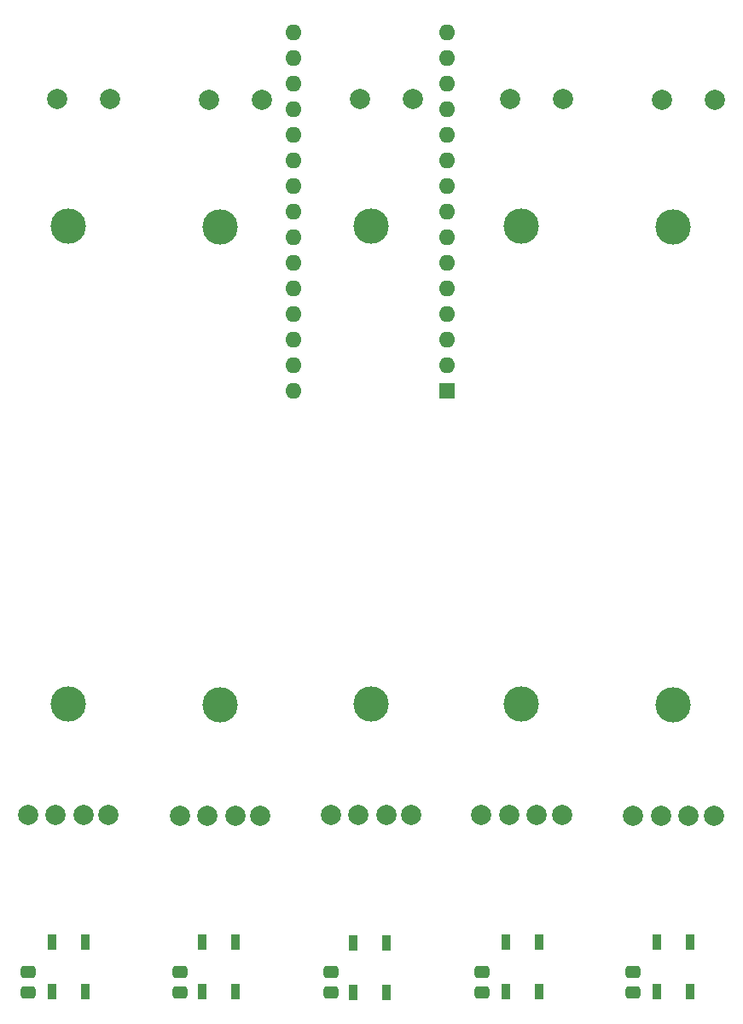
<source format=gts>
%TF.GenerationSoftware,KiCad,Pcbnew,8.0.0*%
%TF.CreationDate,2024-07-04T13:53:23+02:00*%
%TF.ProjectId,Audio-Controller V2.0,41756469-6f2d-4436-9f6e-74726f6c6c65,rev?*%
%TF.SameCoordinates,Original*%
%TF.FileFunction,Soldermask,Top*%
%TF.FilePolarity,Negative*%
%FSLAX46Y46*%
G04 Gerber Fmt 4.6, Leading zero omitted, Abs format (unit mm)*
G04 Created by KiCad (PCBNEW 8.0.0) date 2024-07-04 13:53:23*
%MOMM*%
%LPD*%
G01*
G04 APERTURE LIST*
G04 Aperture macros list*
%AMRoundRect*
0 Rectangle with rounded corners*
0 $1 Rounding radius*
0 $2 $3 $4 $5 $6 $7 $8 $9 X,Y pos of 4 corners*
0 Add a 4 corners polygon primitive as box body*
4,1,4,$2,$3,$4,$5,$6,$7,$8,$9,$2,$3,0*
0 Add four circle primitives for the rounded corners*
1,1,$1+$1,$2,$3*
1,1,$1+$1,$4,$5*
1,1,$1+$1,$6,$7*
1,1,$1+$1,$8,$9*
0 Add four rect primitives between the rounded corners*
20,1,$1+$1,$2,$3,$4,$5,0*
20,1,$1+$1,$4,$5,$6,$7,0*
20,1,$1+$1,$6,$7,$8,$9,0*
20,1,$1+$1,$8,$9,$2,$3,0*%
G04 Aperture macros list end*
%ADD10RoundRect,0.250000X0.475000X-0.337500X0.475000X0.337500X-0.475000X0.337500X-0.475000X-0.337500X0*%
%ADD11C,2.000000*%
%ADD12C,3.500000*%
%ADD13R,0.900000X1.500000*%
%ADD14R,1.600000X1.600000*%
%ADD15O,1.600000X1.600000*%
G04 APERTURE END LIST*
D10*
%TO.C,C3*%
X80500000Y-115537500D03*
X80500000Y-113462500D03*
%TD*%
D11*
%TO.C,Double_Slider_Potentiometer5*%
X110500000Y-98000000D03*
X113262000Y-98000000D03*
X116024000Y-98000000D03*
X118500000Y-98000000D03*
X113388000Y-27000000D03*
X118650000Y-27000000D03*
D12*
X114500000Y-87000000D03*
X114500000Y-39600000D03*
%TD*%
D10*
%TO.C,C2*%
X65500000Y-115537500D03*
X65500000Y-113462500D03*
%TD*%
%TO.C,C4*%
X95500000Y-115537500D03*
X95500000Y-113462500D03*
%TD*%
D13*
%TO.C,D4*%
X97850000Y-115450000D03*
X101150000Y-115450000D03*
X101150000Y-110550000D03*
X97850000Y-110550000D03*
%TD*%
D14*
%TO.C,A1*%
X92000000Y-55860000D03*
D15*
X92000000Y-53320000D03*
X92000000Y-50780000D03*
X92000000Y-48240000D03*
X92000000Y-45700000D03*
X92000000Y-43160000D03*
X92000000Y-40620000D03*
X92000000Y-38080000D03*
X92000000Y-35540000D03*
X92000000Y-33000000D03*
X92000000Y-30460000D03*
X92000000Y-27920000D03*
X92000000Y-25380000D03*
X92000000Y-22840000D03*
X92000000Y-20300000D03*
X76760000Y-20300000D03*
X76760000Y-22840000D03*
X76760000Y-25380000D03*
X76760000Y-27920000D03*
X76760000Y-30460000D03*
X76760000Y-33000000D03*
X76760000Y-35540000D03*
X76760000Y-38080000D03*
X76760000Y-40620000D03*
X76760000Y-43160000D03*
X76760000Y-45700000D03*
X76760000Y-48240000D03*
X76760000Y-50780000D03*
X76760000Y-53320000D03*
X76760000Y-55860000D03*
%TD*%
D13*
%TO.C,D2*%
X67700000Y-115450000D03*
X71000000Y-115450000D03*
X71000000Y-110550000D03*
X67700000Y-110550000D03*
%TD*%
%TO.C,D3*%
X82700000Y-115500000D03*
X86000000Y-115500000D03*
X86000000Y-110600000D03*
X82700000Y-110600000D03*
%TD*%
D10*
%TO.C,C5*%
X110500000Y-115537500D03*
X110500000Y-113462500D03*
%TD*%
D11*
%TO.C,Double_Slider_Potentiometer2*%
X65500000Y-98000000D03*
X68262000Y-98000000D03*
X71024000Y-98000000D03*
X73500000Y-98000000D03*
X68388000Y-27000000D03*
X73650000Y-27000000D03*
D12*
X69500000Y-87000000D03*
X69500000Y-39600000D03*
%TD*%
D11*
%TO.C,Double_Slider_Potentiometer1*%
X50425000Y-97900000D03*
X53187000Y-97900000D03*
X55949000Y-97900000D03*
X58425000Y-97900000D03*
X53313000Y-26900000D03*
X58575000Y-26900000D03*
D12*
X54425000Y-86900000D03*
X54425000Y-39500000D03*
%TD*%
D13*
%TO.C,D1*%
X52850000Y-115450000D03*
X56150000Y-115450000D03*
X56150000Y-110550000D03*
X52850000Y-110550000D03*
%TD*%
%TO.C,D5*%
X112850000Y-115450000D03*
X116150000Y-115450000D03*
X116150000Y-110550000D03*
X112850000Y-110550000D03*
%TD*%
D11*
%TO.C,Double_Slider_Potentiometer4*%
X95425000Y-97900000D03*
X98187000Y-97900000D03*
X100949000Y-97900000D03*
X103425000Y-97900000D03*
X98313000Y-26900000D03*
X103575000Y-26900000D03*
D12*
X99425000Y-86900000D03*
X99425000Y-39500000D03*
%TD*%
D10*
%TO.C,C1*%
X50500000Y-115537500D03*
X50500000Y-113462500D03*
%TD*%
D11*
%TO.C,Double_Slider_Potentiometer3*%
X80500000Y-97900000D03*
X83262000Y-97900000D03*
X86024000Y-97900000D03*
X88500000Y-97900000D03*
X83388000Y-26900000D03*
X88650000Y-26900000D03*
D12*
X84500000Y-86900000D03*
X84500000Y-39500000D03*
%TD*%
M02*

</source>
